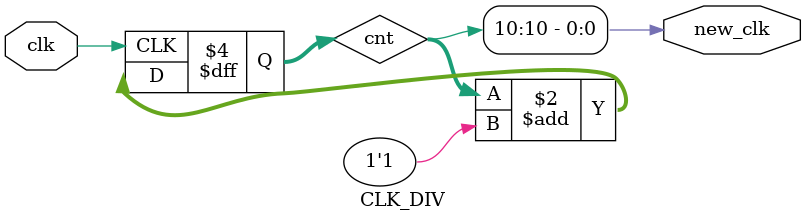
<source format=v>
`timescale 1ns / 1ps

module CLK_DIV(
    input clk,
    output new_clk
);

reg [15:0] cnt;

assign new_clk = cnt[10];

always@ (posedge clk) begin
    cnt <= cnt + 1'b1;
end

initial begin
    cnt = 0;
end

endmodule
</source>
